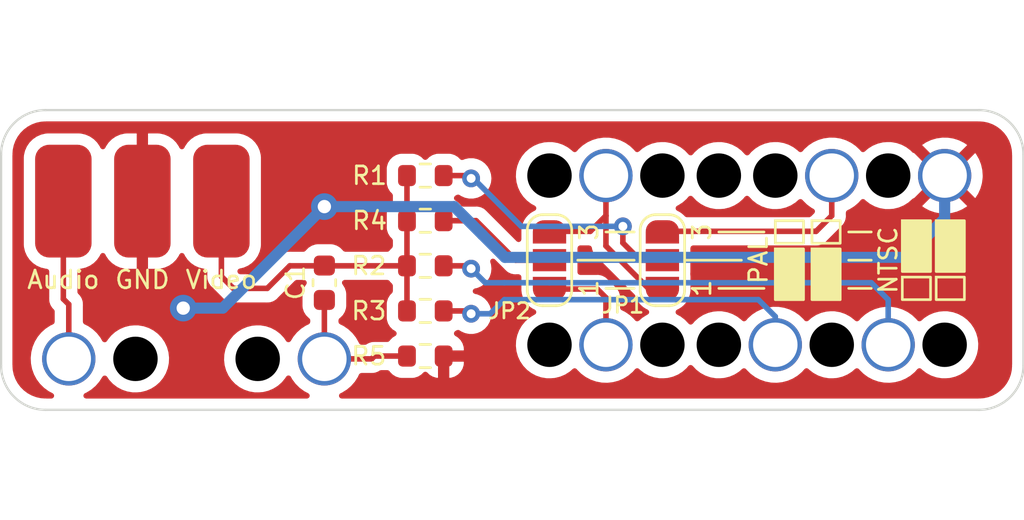
<source format=kicad_pcb>
(kicad_pcb (version 20211014) (generator pcbnew)
  (layers (0 "F.Cu" signal) (31 "B.Cu" signal) (34 "B.Paste" user) (35 "F.Paste" user) (36 "B.SilkS" user "B.Silkscreen") (37 "F.SilkS" user "F.Silkscreen") (38 "B.Mask" user) (39 "F.Mask" user) (44 "Edge.Cuts" user))
  (net 0 "")
  (net 1 "Net-(C1-Pad1)")
  (net 2 "/Color")
  (net 3 "Net-(JP1-Pad1)")
  (net 4 "/Lum0")
  (net 5 "Net-(JP1-Pad3)")
  (net 6 "Net-(JP2-Pad1)")
  (net 7 "/Lum2")
  (net 8 "/Audio")
  (net 9 "GND")
  (net 10 "/Lum1")
  (net 11 "/Sync")
  (footprint "MeineBib:ModWirePad" (layer "F.Cu") (at 129.001 73.54)
    (fp_text reference "Pad2" hide)
    (fp_text value "GND" (at 0 3.54 unlocked) (layer "F.SilkS") (effects (font (size 0.8 0.8) (thickness 0.12))))
    (pad "1" smd roundrect (at 0 0) (size 2.54 5.08) (layers "F.Cu" "F.Paste" "F.Mask") (net 9 "GND"))
  )
  (footprint "MeineBib:ModHole2mm" (layer "F.Cu") (at 134.19 80.645)
    (fp_text reference "H13" hide)
    (fp_text value "NC_02")
    (pad "" np_thru_hole circle (at 0 0) (size 2.4 2.4) (drill 2) (layers *.Mask))
  )
  (footprint "MeineBib:ModPad2mm" (layer "F.Cu") (at 125.69 80.645)
    (fp_text reference "Pad4" hide)
    (fp_text value "Audio")
    (pad "1" thru_hole circle (at 0 0) (size 2.4 2.4) (drill 2) (layers *.Cu *.Mask) (net 8 "/Audio"))
  )
  (footprint "MeineBib:ModHole2mm" (layer "F.Cu") (at 147.32 72.39)
    (fp_text reference "H1" hide)
    (fp_text value "CD_01")
    (pad "" np_thru_hole circle (at 0 0) (size 2.4 2.4) (drill 2) (layers *.Mask))
  )
  (footprint "Resistor_SMD:R_0603_1608Metric" (layer "F.Cu") (at 141.732 72.39 180)
    (fp_text reference "R1" (at 2.51 0) (layer "F.SilkS") (effects (font (size 0.8 0.8) (thickness 0.12))))
    (fp_text value "3.3K")
    (fp_line (start -0.237258 0.5225) (end 0.237258 0.5225) (layer "F.SilkS") (width 0.12))
    (fp_line (start -0.237258 -0.5225) (end 0.237258 -0.5225) (layer "F.SilkS") (width 0.12))
    (pad "1" smd roundrect (at -0.825 0 180) (size 0.8 0.95) (layers "F.Cu" "F.Paste" "F.Mask") (net 4 "/Lum0"))
    (pad "2" smd roundrect (at 0.825 0 180) (size 0.8 0.95) (layers "F.Cu" "F.Paste" "F.Mask") (net 1 "Net-(C1-Pad1)"))
  )
  (footprint "MeineBib:ModHole2mm" (layer "F.Cu") (at 160.02 80.01 180)
    (fp_text reference "H8" hide)
    (fp_text value "CD_11")
    (pad "" np_thru_hole circle (at 0 0 180) (size 2.4 2.4) (drill 2) (layers *.Mask))
  )
  (footprint "MeineBib:ModHole2mm" (layer "F.Cu") (at 162.56 72.39)
    (fp_text reference "H6" hide)
    (fp_text value "CD_07")
    (pad "" np_thru_hole circle (at 0 0) (size 2.4 2.4) (drill 2) (layers *.Mask))
  )
  (footprint "MeineBib:ModHole2mm" (layer "F.Cu") (at 154.94 72.39)
    (fp_text reference "H3" hide)
    (fp_text value "CD_04")
    (pad "" np_thru_hole circle (at 0 0) (size 2.4 2.4) (drill 2) (layers *.Mask))
  )
  (footprint "Resistor_SMD:R_0603_1608Metric" (layer "F.Cu") (at 141.732 76.454 180)
    (fp_text reference "R2" (at 2.54 0) (layer "F.SilkS") (effects (font (size 0.8 0.8) (thickness 0.12))))
    (fp_text value "2.2K")
    (fp_line (start -0.237258 0.5225) (end 0.237258 0.5225) (layer "F.SilkS") (width 0.12))
    (fp_line (start -0.237258 -0.5225) (end 0.237258 -0.5225) (layer "F.SilkS") (width 0.12))
    (pad "1" smd roundrect (at -0.825 0 180) (size 0.8 0.95) (layers "F.Cu" "F.Paste" "F.Mask") (net 10 "/Lum1"))
    (pad "2" smd roundrect (at 0.825 0 180) (size 0.8 0.95) (layers "F.Cu" "F.Paste" "F.Mask") (net 1 "Net-(C1-Pad1)"))
  )
  (footprint "MeineBib:ModWirePad" (layer "F.Cu") (at 132.557 73.54)
    (fp_text reference "Pad3" hide)
    (fp_text value "Video" (at 0 3.54 unlocked) (layer "F.SilkS") (effects (font (size 0.8 0.8) (thickness 0.12))))
    (pad "1" smd roundrect (at 0 0) (size 2.54 5.08) (layers "F.Cu" "F.Paste" "F.Mask") (net 1 "Net-(C1-Pad1)"))
  )
  (footprint "MeineBib:ModHole2mm" (layer "F.Cu") (at 152.4 80.01 180)
    (fp_text reference "H10" hide)
    (fp_text value "CD_14")
    (pad "" np_thru_hole circle (at 0 0 180) (size 2.4 2.4) (drill 2) (layers *.Mask))
  )
  (footprint "MeineBib:ModHole2mm" (layer "F.Cu") (at 154.94 80.01 180)
    (fp_text reference "H9" hide)
    (fp_text value "CD_13")
    (pad "" np_thru_hole circle (at 0 0 180) (size 2.4 2.4) (drill 2) (layers *.Mask))
  )
  (footprint "Resistor_SMD:R_0603_1608Metric" (layer "F.Cu") (at 141.732 78.486 180)
    (fp_text reference "R3" (at 2.54 0) (layer "F.SilkS") (effects (font (size 0.8 0.8) (thickness 0.12))))
    (fp_text value "330R")
    (fp_line (start -0.237258 -0.5225) (end 0.237258 -0.5225) (layer "F.SilkS") (width 0.12))
    (fp_line (start -0.237258 0.5225) (end 0.237258 0.5225) (layer "F.SilkS") (width 0.12))
    (pad "1" smd roundrect (at -0.825 0 180) (size 0.8 0.95) (layers "F.Cu" "F.Paste" "F.Mask") (net 11 "/Sync"))
    (pad "2" smd roundrect (at 0.825 0 180) (size 0.8 0.95) (layers "F.Cu" "F.Paste" "F.Mask") (net 1 "Net-(C1-Pad1)"))
  )
  (footprint "MeineBib:ModPad2mm" (layer "F.Cu") (at 165.1 72.39)
    (fp_text reference "Pad11" hide)
    (fp_text value "CD_08")
    (pad "1" thru_hole circle (at 0 0) (size 2.4 2.4) (drill 2) (layers *.Cu *.Mask) (net 9 "GND"))
  )
  (footprint "MeineBib:ModHole2mm" (layer "F.Cu") (at 147.32 80.01 180)
    (fp_text reference "H11" hide)
    (fp_text value "CD_16")
    (pad "" np_thru_hole circle (at 0 0 180) (size 2.4 2.4) (drill 2) (layers *.Mask))
  )
  (footprint "MeineBib:ModPad2mm" (layer "F.Cu") (at 137.19 80.645)
    (fp_text reference "Pad10" hide)
    (fp_text value "Color")
    (pad "1" thru_hole circle (at 0 0) (size 2.4 2.4) (drill 2) (layers *.Cu *.Mask) (net 2 "/Color"))
  )
  (footprint "MeineBib:ModPad2mm" (layer "F.Cu") (at 162.56 80.01)
    (fp_text reference "Pad5" hide)
    (fp_text value "CD_10")
    (pad "1" thru_hole circle (at 0 0) (size 2.4 2.4) (drill 2) (layers *.Cu *.Mask) (net 10 "/Lum1"))
  )
  (footprint "MeineBib:ModPad2mm" (layer "F.Cu") (at 157.48 80.01)
    (fp_text reference "Pad6" hide)
    (fp_text value "CD_12")
    (pad "1" thru_hole circle (at 0 0) (size 2.4 2.4) (drill 2) (layers *.Cu *.Mask) (net 11 "/Sync"))
  )
  (footprint "MeineBib:ModHole2mm" (layer "F.Cu") (at 128.69 80.645)
    (fp_text reference "H12" hide)
    (fp_text value "NC_01")
    (pad "" np_thru_hole circle (at 0 0) (size 2.4 2.4) (drill 2) (layers *.Mask))
  )
  (footprint "Resistor_SMD:R_0603_1608Metric" (layer "F.Cu") (at 141.732 80.518 180)
    (fp_text reference "R5" (at 2.54 0) (layer "F.SilkS") (effects (font (size 0.8 0.8) (thickness 0.12))))
    (fp_text value "1K")
    (fp_line (start -0.237258 -0.5225) (end 0.237258 -0.5225) (layer "F.SilkS") (width 0.12))
    (fp_line (start -0.237258 0.5225) (end 0.237258 0.5225) (layer "F.SilkS") (width 0.12))
    (pad "1" smd roundrect (at -0.825 0 180) (size 0.8 0.95) (layers "F.Cu" "F.Paste" "F.Mask") (net 9 "GND"))
    (pad "2" smd roundrect (at 0.825 0 180) (size 0.8 0.95) (layers "F.Cu" "F.Paste" "F.Mask") (net 2 "/Color"))
  )
  (footprint "MeineBib:ModPad2mm" (layer "F.Cu") (at 149.86 80.01)
    (fp_text reference "Pad9" hide)
    (fp_text value "CD_15")
    (pad "1" thru_hole circle (at 0 0) (size 2.4 2.4) (drill 2) (layers *.Cu *.Mask) (net 6 "Net-(JP2-Pad1)"))
  )
  (footprint "MeineBib:ModHole2mm" (layer "F.Cu") (at 165.1 80.01 180)
    (fp_text reference "H7" hide)
    (fp_text value "CD_09")
    (pad "" np_thru_hole circle (at 0 0 180) (size 2.4 2.4) (drill 2) (layers *.Mask))
  )
  (footprint "MeineBib:ModPad2mm" (layer "F.Cu") (at 149.86 72.39)
    (fp_text reference "Pad8" hide)
    (fp_text value "CD_02")
    (pad "1" thru_hole circle (at 0 0) (size 2.4 2.4) (drill 2) (layers *.Cu *.Mask) (net 3 "Net-(JP1-Pad1)"))
  )
  (footprint "MeineBib:ModHole2mm" (layer "F.Cu") (at 152.4 72.39)
    (fp_text reference "H2" hide)
    (fp_text value "CD_03")
    (pad "" np_thru_hole circle (at 0 0) (size 2.4 2.4) (drill 2) (layers *.Mask))
  )
  (footprint "Capacitor_SMD:C_0603_1608Metric" (layer "F.Cu") (at 137.19 77.216 -90)
    (fp_text reference "C1" (at 0 1.3 -90) (layer "F.SilkS") (effects (font (size 0.8 0.8) (thickness 0.12))))
    (fp_text value "100pF")
    (fp_line (start -0.14058 0.51) (end 0.14058 0.51) (layer "F.SilkS") (width 0.12))
    (fp_line (start -0.14058 -0.51) (end 0.14058 -0.51) (layer "F.SilkS") (width 0.12))
    (pad "1" smd roundrect (at -0.775 0 270) (size 0.9 0.95) (layers "F.Cu" "F.Paste" "F.Mask") (net 1 "Net-(C1-Pad1)"))
    (pad "2" smd roundrect (at 0.775 0 270) (size 0.9 0.95) (layers "F.Cu" "F.Paste" "F.Mask") (net 2 "/Color"))
  )
  (footprint "Jumper:SolderJumper-3_P1.3mm_Open_RoundedPad1.0x1.5mm_NumberLabels" (layer "F.Cu") (at 147.32 76.2 90)
    (fp_text reference "JP2" (at -2.286 -1.8 180) (layer "F.SilkS") (effects (font (size 0.7 0.7) (thickness 0.12))))
    (fp_text value "JP_3_Open")
    (fp_text user "3" (at 1.27 1.778 90) (layer "F.SilkS") (effects (font (size 0.8 0.8) (thickness 0.12))))
    (fp_text user "1" (at -1.27 1.778 90) (layer "F.SilkS") (effects (font (size 0.8 0.8) (thickness 0.12))))
    (fp_line (start -1.4 -1) (end 1.4 -1) (layer "F.SilkS") (width 0.12))
    (fp_line (start 1.4 1) (end -1.4 1) (layer "F.SilkS") (width 0.12))
    (fp_line (start -2.05 0.3) (end -2.05 -0.3) (layer "F.SilkS") (width 0.12))
    (fp_line (start 2.05 -0.3) (end 2.05 0.3) (layer "F.SilkS") (width 0.12))
    (fp_arc (start -1.35 1) (mid -1.844975 0.794975) (end -2.05 0.3) (layer "F.SilkS") (width 0.12))
    (fp_arc (start -2.05 -0.3) (mid -1.844975 -0.794975) (end -1.35 -1) (layer "F.SilkS") (width 0.12))
    (fp_arc (start 2.05 0.3) (mid 1.844975 0.794975) (end 1.35 1) (layer "F.SilkS") (width 0.12))
    (fp_arc (start 1.35 -1) (mid 1.844975 -0.794975) (end 2.05 -0.3) (layer "F.SilkS") (width 0.12))
    (pad "1" smd custom (at -1.3 0 90) (size 1 0.5) (layers "F.Cu" "F.Mask") (net 6 "Net-(JP2-Pad1)") (options (clearance outline) (anchor rect)) (primitives (gr_circle (center 0 0.25) (end 0.5 0.25) (width 0) (fill yes)) (gr_circle (center 0 -0.25) (end 0.5 -0.25) (width 0) (fill yes)) (gr_poly (pts (xy 0.55 0.75) (xy 0 0.75) (xy 0 -0.75) (xy 0.55 -0.75)) (width 0) (fill yes))))
    (pad "2" smd rect (at 0 0 90) (size 1 1.5) (layers "F.Cu" "F.Mask") (net 7 "/Lum2"))
    (pad "3" smd custom (at 1.3 0 90) (size 1 0.5) (layers "F.Cu" "F.Mask") (net 3 "Net-(JP1-Pad1)") (options (clearance outline) (anchor rect)) (primitives (gr_circle (center 0 0.25) (end 0.5 0.25) (width 0) (fill yes)) (gr_circle (center 0 -0.25) (end 0.5 -0.25) (width 0) (fill yes)) (gr_poly (pts (xy 0 0.75) (xy -0.55 0.75) (xy -0.55 -0.75) (xy 0 -0.75)) (width 0) (fill yes))))
  )
  (footprint "Jumper:SolderJumper-3_P1.3mm_Open_RoundedPad1.0x1.5mm_NumberLabels" (layer "F.Cu") (at 152.4 76.2 90)
    (fp_text reference "JP1" (at -2.032 -1.778 180) (layer "F.SilkS") (effects (font (size 0.7 0.7) (thickness 0.12))))
    (fp_text value "JP_3_Open")
    (fp_text user "1" (at -1.27 1.778 90) (layer "F.SilkS") (effects (font (size 0.8 0.8) (thickness 0.12))))
    (fp_text user "3" (at 1.27 1.778 90) (layer "F.SilkS") (effects (font (size 0.8 0.8) (thickness 0.12))))
    (fp_line (start 2.05 -0.3) (end 2.05 0.3) (layer "F.SilkS") (width 0.12))
    (fp_line (start -1.4 -1) (end 1.4 -1) (layer "F.SilkS") (width 0.12))
    (fp_line (start -2.05 0.3) (end -2.05 -0.3) (layer "F.SilkS") (width 0.12))
    (fp_line (start 1.4 1) (end -1.4 1) (layer "F.SilkS") (width 0.12))
    (fp_arc (start -2.05 -0.3) (mid -1.844975 -0.794975) (end -1.35 -1) (layer "F.SilkS") (width 0.12))
    (fp_arc (start 1.35 -1) (mid 1.844975 -0.794975) (end 2.05 -0.3) (layer "F.SilkS") (width 0.12))
    (fp_arc (start 2.05 0.3) (mid 1.844975 0.794975) (end 1.35 1) (layer "F.SilkS") (width 0.12))
    (fp_arc (start -1.35 1) (mid -1.844975 0.794975) (end -2.05 0.3) (layer "F.SilkS") (width 0.12))
    (pad "1" smd custom (at -1.3 0 90) (size 1 0.5) (layers "F.Cu" "F.Mask") (net 3 "Net-(JP1-Pad1)") (options (clearance outline) (anchor rect)) (primitives (gr_circle (center 0 0.25) (end 0.5 0.25) (width 0) (fill yes)) (gr_circle (center 0 -0.25) (end 0.5 -0.25) (width 0) (fill yes)) (gr_poly (pts (xy 0.55 0.75) (xy 0 0.75) (xy 0 -0.75) (xy 0.55 -0.75)) (width 0) (fill yes))))
    (pad "2" smd rect (at 0 0 90) (size 1 1.5) (layers "F.Cu" "F.Mask") (net 4 "/Lum0"))
    (pad "3" smd custom (at 1.3 0 90) (size 1 0.5) (layers "F.Cu" "F.Mask") (net 5 "Net-(JP1-Pad3)") (options (clearance outline) (anchor rect)) (primitives (gr_circle (center 0 0.25) (end 0.5 0.25) (width 0) (fill yes)) (gr_circle (center 0 -0.25) (end 0.5 -0.25) (width 0) (fill yes)) (gr_poly (pts (xy 0 0.75) (xy -0.55 0.75) (xy -0.55 -0.75) (xy 0 -0.75)) (width 0) (fill yes))))
  )
  (footprint "MeineBib:ModPad2mm" (layer "F.Cu") (at 160.02 72.39)
    (fp_text reference "Pad7" hide)
    (fp_text value "CD_06")
    (pad "1" thru_hole circle (at 0 0) (size 2.4 2.4) (drill 2) (layers *.Cu *.Mask) (net 5 "Net-(JP1-Pad3)"))
  )
  (footprint "MeineBib:ModHole2mm" (layer "F.Cu") (at 157.48 72.39)
    (fp_text reference "H4" hide)
    (fp_text value "CD_05")
    (pad "" np_thru_hole circle (at 0 0) (size 2.4 2.4) (drill 2) (layers *.Mask))
  )
  (footprint "MeineBib:ModWirePad" (layer "F.Cu") (at 125.445 73.54)
    (fp_text reference "Pad1" hide)
    (fp_text value "Audio" (at 0 3.54 unlocked) (layer "F.SilkS") (effects (font (size 0.8 0.8) (thickness 0.12))))
    (pad "1" smd roundrect (at 0 0) (size 2.54 5.08) (layers "F.Cu" "F.Paste" "F.Mask") (net 8 "/Audio"))
  )
  (footprint "Resistor_SMD:R_0603_1608Metric" (layer "F.Cu") (at 141.732 74.422 180)
    (fp_text reference "R4" (at 2.51 0) (layer "F.SilkS") (effects (font (size 0.8 0.8) (thickness 0.12))))
    (fp_text value "1K")
    (fp_line (start -0.237258 0.5225) (end 0.237258 0.5225) (layer "F.SilkS") (width 0.12))
    (fp_line (start -0.237258 -0.5225) (end 0.237258 -0.5225) (layer "F.SilkS") (width 0.12))
    (pad "1" smd roundrect (at -0.825 0 180) (size 0.8 0.95) (layers "F.Cu" "F.Paste" "F.Mask") (net 7 "/Lum2"))
    (pad "2" smd roundrect (at 0.825 0 180) (size 0.8 0.95) (layers "F.Cu" "F.Paste" "F.Mask") (net 1 "Net-(C1-Pad1)"))
  )
  (gr_line (start 148.59 76.2) (end 151.13 76.2) (layer "F.SilkS") (width 0.12))
  (gr_rect (start 157.48 75.692) (end 158.75 77.978) (layer "F.SilkS") (width 0.12) (fill solid))
  (gr_line (start 153.4 76.2) (end 155.956 76.2) (layer "F.SilkS") (width 0.12))
  (gr_rect (start 163.195 76.962) (end 164.465 77.978) (layer "F.SilkS") (width 0.12) (fill none))
  (gr_rect (start 164.719 74.422) (end 165.989 76.708) (layer "F.SilkS") (width 0.12) (fill solid))
  (gr_line (start 160.782 74.93) (end 161.798 74.93) (layer "F.SilkS") (width 0.12))
  (gr_rect (start 159.131 75.692) (end 160.401 77.978) (layer "F.SilkS") (width 0.12) (fill solid))
  (gr_rect (start 159.131 74.422) (end 160.401 75.438) (layer "F.SilkS") (width 0.12) (fill none))
  (gr_line (start 154.94 74.93) (end 156.972 74.93) (layer "F.SilkS") (width 0.12))
  (gr_rect (start 157.48 74.422) (end 158.75 75.438) (layer "F.SilkS") (width 0.12) (fill none))
  (gr_rect (start 163.195 74.422) (end 164.465 76.708) (layer "F.SilkS") (width 0.12) (fill solid))
  (gr_rect (start 164.719 76.962) (end 165.989 77.978) (layer "F.SilkS") (width 0.12) (fill none))
  (gr_line (start 160.782 77.47) (end 161.798 77.47) (layer "F.SilkS") (width 0.12))
  (gr_line (start 149.86 77.47) (end 151.13 77.47) (layer "F.SilkS") (width 0.12))
  (gr_line (start 154.94 77.47) (end 156.972 77.47) (layer "F.SilkS") (width 0.12))
  (gr_line (start 149.86 74.93) (end 151.13 74.93) (layer "F.SilkS") (width 0.12))
  (gr_line (start 160.782 76.2) (end 161.798 76.2) (layer "F.SilkS") (width 0.12))
  (gr_line (start 122.645 80.94) (end 122.645 71.44) (layer "Edge.Cuts") (width 0.1))
  (gr_arc (start 124.645 82.94) (mid 123.230786 82.354214) (end 122.645 80.94) (layer "Edge.Cuts") (width 0.1))
  (gr_arc (start 122.645 71.44) (mid 123.230786 70.025786) (end 124.645 69.44) (layer "Edge.Cuts") (width 0.1))
  (gr_arc (start 166.645 69.44) (mid 168.059214 70.025786) (end 168.645 71.44) (layer "Edge.Cuts") (width 0.1))
  (gr_line (start 168.645 71.44) (end 168.645 80.94) (layer "Edge.Cuts") (width 0.1))
  (gr_line (start 166.645 82.94) (end 124.645 82.94) (layer "Edge.Cuts") (width 0.1))
  (gr_arc (start 168.645 80.94) (mid 168.059214 82.354214) (end 166.645 82.94) (layer "Edge.Cuts") (width 0.1))
  (gr_line (start 124.645 69.44) (end 166.645 69.44) (layer "Edge.Cuts") (width 0.1))
  (gr_text "PAL" (at 156.718 76.2 90) (layer "F.SilkS") (effects (font (size 0.8 0.8) (thickness 0.12))))
  (gr_text "NTSC" (at 162.56 76.2 90) (layer "F.SilkS") (effects (font (size 0.8 0.8) (thickness 0.12))))
  (segment (start 140.907 76.454) (end 140.907 74.422) (width 0.25) (layer "F.Cu") (net 1))
  (segment (start 135.636 76.454) (end 134.62 77.47) (width 0.25) (layer "F.Cu") (net 1))
  (segment (start 140.907 76.454) (end 135.636 76.454) (width 0.25) (layer "F.Cu") (net 1))
  (segment (start 134.62 77.47) (end 133.096 77.47) (width 0.25) (layer "F.Cu") (net 1))
  (segment (start 132.557 76.931) (end 132.557 73.54) (width 0.25) (layer "F.Cu") (net 1))
  (segment (start 133.096 77.47) (end 132.557 76.931) (width 0.25) (layer "F.Cu") (net 1))
  (segment (start 140.907 78.486) (end 140.907 76.454) (width 0.25) (layer "F.Cu") (net 1))
  (segment (start 140.907 74.422) (end 140.907 72.39) (width 0.25) (layer "F.Cu") (net 1))
  (segment (start 139.319 80.645) (end 137.19 80.645) (width 0.25) (layer "F.Cu") (net 2))
  (segment (start 140.907 80.518) (end 139.446 80.518) (width 0.25) (layer "F.Cu") (net 2))
  (segment (start 137.19 77.991) (end 137.19 80.645) (width 0.25) (layer "F.Cu") (net 2))
  (segment (start 139.446 80.518) (end 139.319 80.645) (width 0.25) (layer "F.Cu") (net 2))
  (segment (start 149.157 74.9) (end 149.86 74.197) (width 0.25) (layer "F.Cu") (net 3))
  (segment (start 149.86 75.559022) (end 149.86 74.197) (width 0.25) (layer "F.Cu") (net 3))
  (segment (start 149.86 74.197) (end 149.86 72.39) (width 0.25) (layer "F.Cu") (net 3))
  (segment (start 152.4 77.5) (end 151.800978 77.5) (width 0.25) (layer "F.Cu") (net 3))
  (segment (start 147.32 74.9) (end 149.157 74.9) (width 0.25) (layer "F.Cu") (net 3))
  (segment (start 151.800978 77.5) (end 149.86 75.559022) (width 0.25) (layer "F.Cu") (net 3))
  (segment (start 152.4 76.2) (end 151.4 76.2) (width 0.25) (layer "F.Cu") (net 4))
  (segment (start 142.557 72.39) (end 143.667 72.39) (width 0.25) (layer "F.Cu") (net 4))
  (segment (start 143.667 72.39) (end 143.794 72.517) (width 0.25) (layer "F.Cu") (net 4))
  (segment (start 150.622 75.422) (end 150.622 74.676) (width 0.25) (layer "F.Cu") (net 4))
  (segment (start 151.4 76.2) (end 150.622 75.422) (width 0.25) (layer "F.Cu") (net 4))
  (via (at 143.794 72.517) (size 0.8) (drill 0.4) (layers "F.Cu" "B.Cu") (net 4))
  (via (at 150.622 74.676) (size 0.8) (drill 0.4) (layers "F.Cu" "B.Cu") (net 4))
  (segment (start 143.891 72.517) (end 145.034 73.66) (width 0.25) (layer "B.Cu") (net 4))
  (segment (start 146.05 74.676) (end 145.034 73.66) (width 0.25) (layer "B.Cu") (net 4))
  (segment (start 150.622 74.676) (end 146.05 74.676) (width 0.25) (layer "B.Cu") (net 4))
  (segment (start 143.794 72.517) (end 143.891 72.517) (width 0.25) (layer "B.Cu") (net 4))
  (segment (start 159.317 74.9) (end 160.02 74.197) (width 0.25) (layer "F.Cu") (net 5))
  (segment (start 152.4 74.9) (end 159.317 74.9) (width 0.25) (layer "F.Cu") (net 5))
  (segment (start 160.02 74.197) (end 160.02 72.39) (width 0.25) (layer "F.Cu") (net 5))
  (segment (start 149.469 77.5) (end 149.86 77.891) (width 0.25) (layer "F.Cu") (net 6))
  (segment (start 149.86 77.891) (end 149.86 80.01) (width 0.25) (layer "F.Cu") (net 6))
  (segment (start 147.32 77.5) (end 149.469 77.5) (width 0.25) (layer "F.Cu") (net 6))
  (segment (start 147.32 76.2) (end 145.796 76.2) (width 0.25) (layer "F.Cu") (net 7))
  (segment (start 144.018 74.422) (end 142.557 74.422) (width 0.25) (layer "F.Cu") (net 7))
  (segment (start 145.796 76.2) (end 144.018 74.422) (width 0.25) (layer "F.Cu") (net 7))
  (segment (start 125.445 77.947) (end 125.445 73.54) (width 0.25) (layer "F.Cu") (net 8))
  (segment (start 125.69 78.192) (end 125.445 77.947) (width 0.25) (layer "F.Cu") (net 8))
  (segment (start 125.69 80.645) (end 125.69 78.192) (width 0.25) (layer "F.Cu") (net 8))
  (via (at 137.19 73.787) (size 1.2) (drill 0.6) (layers "F.Cu" "B.Cu") (net 9))
  (via (at 130.84 78.359) (size 1.2) (drill 0.6) (layers "F.Cu" "B.Cu") (net 9))
  (segment (start 143.032 73.787) (end 137.19 73.787) (width 0.5) (layer "B.Cu") (net 9))
  (segment (start 164.876 74.549) (end 163.352 76.073) (width 0.5) (layer "B.Cu") (net 9))
  (segment (start 163.352 76.073) (end 146.842 76.073) (width 0.5) (layer "B.Cu") (net 9))
  (segment (start 165.1 74.325) (end 164.876 74.549) (width 0.5) (layer "B.Cu") (net 9))
  (segment (start 137.19 73.787) (end 132.618 78.359) (width 0.5) (layer "B.Cu") (net 9))
  (segment (start 145.318 76.073) (end 144.302 75.057) (width 0.5) (layer "B.Cu") (net 9))
  (segment (start 144.302 75.057) (end 143.032 73.787) (width 0.5) (layer "B.Cu") (net 9))
  (segment (start 146.842 76.073) (end 145.318 76.073) (width 0.5) (layer "B.Cu") (net 9))
  (segment (start 165.1 72.39) (end 165.1 74.325) (width 0.5) (layer "B.Cu") (net 9))
  (segment (start 132.618 78.359) (end 130.84 78.359) (width 0.5) (layer "B.Cu") (net 9))
  (segment (start 142.557 76.454) (end 143.667 76.454) (width 0.25) (layer "F.Cu") (net 10))
  (segment (start 143.667 76.454) (end 143.794 76.581) (width 0.25) (layer "F.Cu") (net 10))
  (via (at 143.794 76.581) (size 0.8) (drill 0.4) (layers "F.Cu" "B.Cu") (net 10))
  (segment (start 161.798 77.216) (end 147.32 77.216) (width 0.25) (layer "B.Cu") (net 10))
  (segment (start 144.429 77.216) (end 145.288 77.216) (width 0.25) (layer "B.Cu") (net 10))
  (segment (start 162.56 80.01) (end 162.56 77.978) (width 0.25) (layer "B.Cu") (net 10))
  (segment (start 162.56 77.978) (end 161.798 77.216) (width 0.25) (layer "B.Cu") (net 10))
  (segment (start 147.32 77.216) (end 145.288 77.216) (width 0.25) (layer "B.Cu") (net 10))
  (segment (start 143.794 76.581) (end 144.429 77.216) (width 0.25) (layer "B.Cu") (net 10))
  (segment (start 143.667 78.486) (end 143.794 78.613) (width 0.25) (layer "F.Cu") (net 11))
  (segment (start 142.557 78.486) (end 143.667 78.486) (width 0.25) (layer "F.Cu") (net 11))
  (via (at 143.794 78.613) (size 0.8) (drill 0.4) (layers "F.Cu" "B.Cu") (net 11))
  (segment (start 144.653 78.613) (end 145.288 77.978) (width 0.25) (layer "B.Cu") (net 11))
  (segment (start 157.48 78.74) (end 157.48 80.01) (width 0.25) (layer "B.Cu") (net 11))
  (segment (start 156.718 77.978) (end 157.48 78.74) (width 0.25) (layer "B.Cu") (net 11))
  (segment (start 143.794 78.613) (end 144.653 78.613) (width 0.25) (layer "B.Cu") (net 11))
  (segment (start 145.288 77.978) (end 156.718 77.978) (width 0.25) (layer "B.Cu") (net 11))
  (zone (net 9) (net_name "GND") (layer "F.Cu") (connect_pads (clearance 0.508)) (min_thickness 0.254) (fill yes (thermal_gap 0.508) (thermal_bridge_width 0.508) (island_removal_mode 2) (island_area_min 2))
    (polygon (pts (xy 168.645 82.94) (xy 122.645 82.94) (xy 122.645 69.44) (xy 168.645 69.44)))
  )
)
</source>
